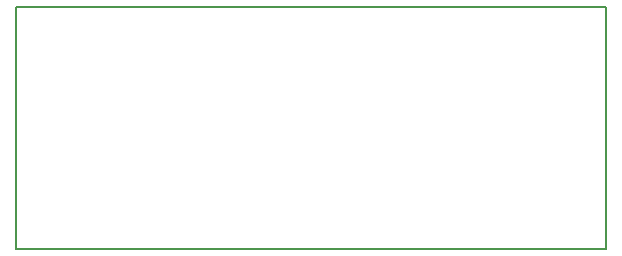
<source format=gm1>
G04 #@! TF.GenerationSoftware,KiCad,Pcbnew,5.1.4+dfsg1-1*
G04 #@! TF.CreationDate,2020-04-13T22:05:46+02:00*
G04 #@! TF.ProjectId,OtterIron_PRO_Bot,4f747465-7249-4726-9f6e-5f50524f5f42,rev?*
G04 #@! TF.SameCoordinates,Original*
G04 #@! TF.FileFunction,Profile,NP*
%FSLAX46Y46*%
G04 Gerber Fmt 4.6, Leading zero omitted, Abs format (unit mm)*
G04 Created by KiCad (PCBNEW 5.1.4+dfsg1-1) date 2020-04-13 22:05:46*
%MOMM*%
%LPD*%
G04 APERTURE LIST*
%ADD10C,0.150000*%
G04 APERTURE END LIST*
D10*
X50000000Y-99750000D02*
X100000000Y-99750000D01*
X100000000Y-120250000D02*
X100000000Y-99750000D01*
X50000000Y-120250000D02*
X100000000Y-120250000D01*
X50000000Y-99750000D02*
X50000000Y-120250000D01*
M02*

</source>
